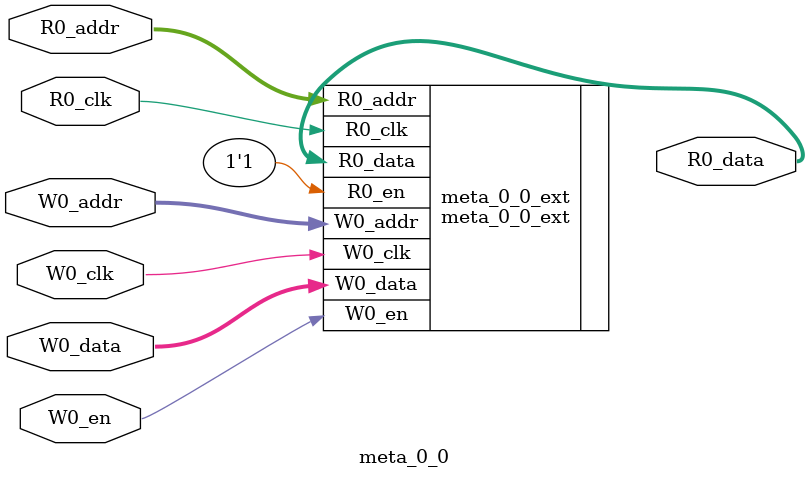
<source format=sv>
`ifndef RANDOMIZE
  `ifdef RANDOMIZE_REG_INIT
    `define RANDOMIZE
  `endif // RANDOMIZE_REG_INIT
`endif // not def RANDOMIZE
`ifndef RANDOMIZE
  `ifdef RANDOMIZE_MEM_INIT
    `define RANDOMIZE
  `endif // RANDOMIZE_MEM_INIT
`endif // not def RANDOMIZE

`ifndef RANDOM
  `define RANDOM $random
`endif // not def RANDOM

// Users can define 'PRINTF_COND' to add an extra gate to prints.
`ifndef PRINTF_COND_
  `ifdef PRINTF_COND
    `define PRINTF_COND_ (`PRINTF_COND)
  `else  // PRINTF_COND
    `define PRINTF_COND_ 1
  `endif // PRINTF_COND
`endif // not def PRINTF_COND_

// Users can define 'ASSERT_VERBOSE_COND' to add an extra gate to assert error printing.
`ifndef ASSERT_VERBOSE_COND_
  `ifdef ASSERT_VERBOSE_COND
    `define ASSERT_VERBOSE_COND_ (`ASSERT_VERBOSE_COND)
  `else  // ASSERT_VERBOSE_COND
    `define ASSERT_VERBOSE_COND_ 1
  `endif // ASSERT_VERBOSE_COND
`endif // not def ASSERT_VERBOSE_COND_

// Users can define 'STOP_COND' to add an extra gate to stop conditions.
`ifndef STOP_COND_
  `ifdef STOP_COND
    `define STOP_COND_ (`STOP_COND)
  `else  // STOP_COND
    `define STOP_COND_ 1
  `endif // STOP_COND
`endif // not def STOP_COND_

// Users can define INIT_RANDOM as general code that gets injected into the
// initializer block for modules with registers.
`ifndef INIT_RANDOM
  `define INIT_RANDOM
`endif // not def INIT_RANDOM

// If using random initialization, you can also define RANDOMIZE_DELAY to
// customize the delay used, otherwise 0.002 is used.
`ifndef RANDOMIZE_DELAY
  `define RANDOMIZE_DELAY 0.002
`endif // not def RANDOMIZE_DELAY

// Define INIT_RANDOM_PROLOG_ for use in our modules below.
`ifndef INIT_RANDOM_PROLOG_
  `ifdef RANDOMIZE
    `ifdef VERILATOR
      `define INIT_RANDOM_PROLOG_ `INIT_RANDOM
    `else  // VERILATOR
      `define INIT_RANDOM_PROLOG_ `INIT_RANDOM #`RANDOMIZE_DELAY begin end
    `endif // VERILATOR
  `else  // RANDOMIZE
    `define INIT_RANDOM_PROLOG_
  `endif // RANDOMIZE
`endif // not def INIT_RANDOM_PROLOG_

module meta_0_0(	// @[fetch-target-queue.scala:142:29]
  input  [3:0]  R0_addr,
  input         R0_clk,
  input  [3:0]  W0_addr,
  input         W0_en,
                W0_clk,
  input  [49:0] W0_data,
  output [49:0] R0_data
);

  meta_0_0_ext meta_0_0_ext (	// @[fetch-target-queue.scala:142:29]
    .R0_addr (R0_addr),
    .R0_en   (1'h1),
    .R0_clk  (R0_clk),
    .W0_addr (W0_addr),
    .W0_en   (W0_en),
    .W0_clk  (W0_clk),
    .W0_data (W0_data),
    .R0_data (R0_data)
  );
endmodule


</source>
